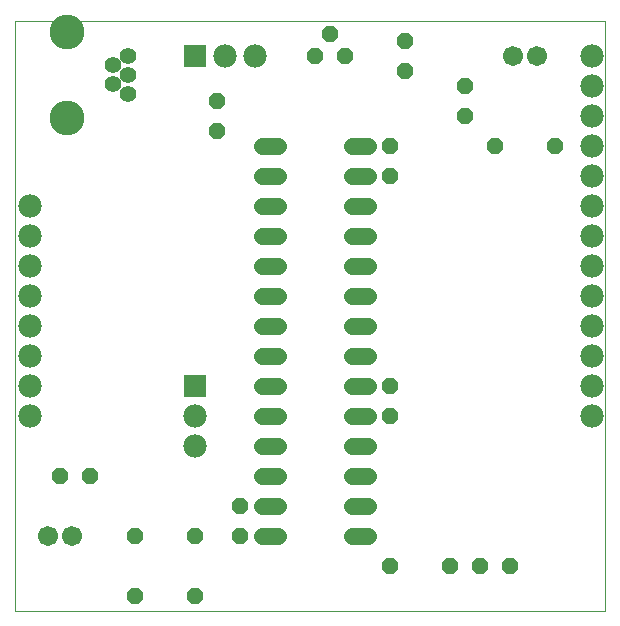
<source format=gbs>
G75*
%MOIN*%
%OFA0B0*%
%FSLAX25Y25*%
%IPPOS*%
%LPD*%
%AMOC8*
5,1,8,0,0,1.08239X$1,22.5*
%
%ADD10C,0.00000*%
%ADD11OC8,0.05600*%
%ADD12C,0.06699*%
%ADD13C,0.07800*%
%ADD14C,0.05600*%
%ADD15R,0.07800X0.07800*%
%ADD16C,0.05550*%
%ADD17C,0.11620*%
D10*
X0001800Y0001800D02*
X0001800Y0198650D01*
X0198650Y0198650D01*
X0198650Y0001800D01*
X0001800Y0001800D01*
D11*
X0041800Y0006800D03*
X0041800Y0026800D03*
X0061800Y0026800D03*
X0076800Y0026800D03*
X0076800Y0036800D03*
X0061800Y0006800D03*
X0026800Y0046800D03*
X0016800Y0046800D03*
X0126800Y0066800D03*
X0126800Y0076800D03*
X0126800Y0016800D03*
X0146800Y0016800D03*
X0156800Y0016800D03*
X0166800Y0016800D03*
X0126800Y0146800D03*
X0126800Y0156800D03*
X0131800Y0181800D03*
X0131800Y0191800D03*
X0111800Y0186800D03*
X0106800Y0194300D03*
X0101800Y0186800D03*
X0069300Y0171800D03*
X0069300Y0161800D03*
X0151800Y0166800D03*
X0151800Y0176800D03*
X0161800Y0156800D03*
X0181800Y0156800D03*
D12*
X0175737Y0186800D03*
X0167863Y0186800D03*
X0020737Y0026800D03*
X0012863Y0026800D03*
D13*
X0006800Y0066800D03*
X0006800Y0076800D03*
X0006800Y0086800D03*
X0006800Y0096800D03*
X0006800Y0106800D03*
X0006800Y0116800D03*
X0006800Y0126800D03*
X0006800Y0136800D03*
X0071800Y0186800D03*
X0081800Y0186800D03*
X0194300Y0186800D03*
X0194300Y0176800D03*
X0194300Y0166800D03*
X0194300Y0156800D03*
X0194300Y0146800D03*
X0194300Y0136800D03*
X0194300Y0126800D03*
X0194300Y0116800D03*
X0194300Y0106800D03*
X0194300Y0096800D03*
X0194300Y0086800D03*
X0194300Y0076800D03*
X0194300Y0066800D03*
X0061800Y0066800D03*
X0061800Y0056800D03*
D14*
X0084200Y0056800D02*
X0089400Y0056800D01*
X0089400Y0046800D02*
X0084200Y0046800D01*
X0084200Y0036800D02*
X0089400Y0036800D01*
X0089400Y0026800D02*
X0084200Y0026800D01*
X0114200Y0026800D02*
X0119400Y0026800D01*
X0119400Y0036800D02*
X0114200Y0036800D01*
X0114200Y0046800D02*
X0119400Y0046800D01*
X0119400Y0056800D02*
X0114200Y0056800D01*
X0114200Y0066800D02*
X0119400Y0066800D01*
X0119400Y0076800D02*
X0114200Y0076800D01*
X0114200Y0086800D02*
X0119400Y0086800D01*
X0119400Y0096800D02*
X0114200Y0096800D01*
X0114200Y0106800D02*
X0119400Y0106800D01*
X0119400Y0116800D02*
X0114200Y0116800D01*
X0114200Y0126800D02*
X0119400Y0126800D01*
X0119400Y0136800D02*
X0114200Y0136800D01*
X0114200Y0146800D02*
X0119400Y0146800D01*
X0119400Y0156800D02*
X0114200Y0156800D01*
X0089400Y0156800D02*
X0084200Y0156800D01*
X0084200Y0146800D02*
X0089400Y0146800D01*
X0089400Y0136800D02*
X0084200Y0136800D01*
X0084200Y0126800D02*
X0089400Y0126800D01*
X0089400Y0116800D02*
X0084200Y0116800D01*
X0084200Y0106800D02*
X0089400Y0106800D01*
X0089400Y0096800D02*
X0084200Y0096800D01*
X0084200Y0086800D02*
X0089400Y0086800D01*
X0089400Y0076800D02*
X0084200Y0076800D01*
X0084200Y0066800D02*
X0089400Y0066800D01*
D15*
X0061800Y0076800D03*
X0061800Y0186800D03*
D16*
X0039379Y0186849D03*
X0034654Y0183700D03*
X0039379Y0180550D03*
X0034654Y0177400D03*
X0039379Y0174251D03*
D17*
X0019300Y0166180D03*
X0019300Y0194920D03*
M02*

</source>
